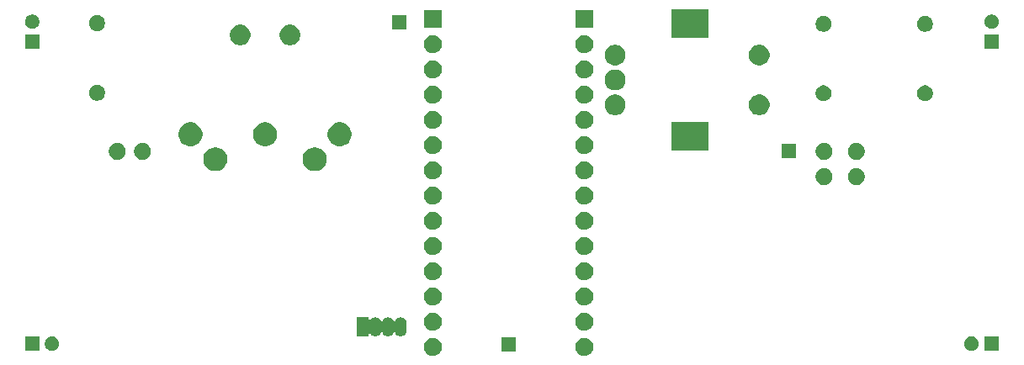
<source format=gbr>
G04 #@! TF.GenerationSoftware,KiCad,Pcbnew,(5.1.5)-3*
G04 #@! TF.CreationDate,2020-01-28T12:29:25+09:00*
G04 #@! TF.ProjectId,SchoolDesk,5363686f-6f6c-4446-9573-6b2e6b696361,rev?*
G04 #@! TF.SameCoordinates,Original*
G04 #@! TF.FileFunction,Soldermask,Bot*
G04 #@! TF.FilePolarity,Negative*
%FSLAX46Y46*%
G04 Gerber Fmt 4.6, Leading zero omitted, Abs format (unit mm)*
G04 Created by KiCad (PCBNEW (5.1.5)-3) date 2020-01-28 12:29:25*
%MOMM*%
%LPD*%
G04 APERTURE LIST*
%ADD10C,0.100000*%
G04 APERTURE END LIST*
D10*
G36*
X82663512Y-184523927D02*
G01*
X82812812Y-184553624D01*
X82976784Y-184621544D01*
X83124354Y-184720147D01*
X83249853Y-184845646D01*
X83348456Y-184993216D01*
X83416376Y-185157188D01*
X83451000Y-185331259D01*
X83451000Y-185508741D01*
X83416376Y-185682812D01*
X83348456Y-185846784D01*
X83249853Y-185994354D01*
X83124354Y-186119853D01*
X82976784Y-186218456D01*
X82812812Y-186286376D01*
X82663512Y-186316073D01*
X82638742Y-186321000D01*
X82461258Y-186321000D01*
X82436488Y-186316073D01*
X82287188Y-186286376D01*
X82123216Y-186218456D01*
X81975646Y-186119853D01*
X81850147Y-185994354D01*
X81751544Y-185846784D01*
X81683624Y-185682812D01*
X81649000Y-185508741D01*
X81649000Y-185331259D01*
X81683624Y-185157188D01*
X81751544Y-184993216D01*
X81850147Y-184845646D01*
X81975646Y-184720147D01*
X82123216Y-184621544D01*
X82287188Y-184553624D01*
X82436488Y-184523927D01*
X82461258Y-184519000D01*
X82638742Y-184519000D01*
X82663512Y-184523927D01*
G37*
G36*
X67423512Y-184523927D02*
G01*
X67572812Y-184553624D01*
X67736784Y-184621544D01*
X67884354Y-184720147D01*
X68009853Y-184845646D01*
X68108456Y-184993216D01*
X68176376Y-185157188D01*
X68211000Y-185331259D01*
X68211000Y-185508741D01*
X68176376Y-185682812D01*
X68108456Y-185846784D01*
X68009853Y-185994354D01*
X67884354Y-186119853D01*
X67736784Y-186218456D01*
X67572812Y-186286376D01*
X67423512Y-186316073D01*
X67398742Y-186321000D01*
X67221258Y-186321000D01*
X67196488Y-186316073D01*
X67047188Y-186286376D01*
X66883216Y-186218456D01*
X66735646Y-186119853D01*
X66610147Y-185994354D01*
X66511544Y-185846784D01*
X66443624Y-185682812D01*
X66409000Y-185508741D01*
X66409000Y-185331259D01*
X66443624Y-185157188D01*
X66511544Y-184993216D01*
X66610147Y-184845646D01*
X66735646Y-184720147D01*
X66883216Y-184621544D01*
X67047188Y-184553624D01*
X67196488Y-184523927D01*
X67221258Y-184519000D01*
X67398742Y-184519000D01*
X67423512Y-184523927D01*
G37*
G36*
X75656000Y-185892000D02*
G01*
X74204000Y-185892000D01*
X74204000Y-184440000D01*
X75656000Y-184440000D01*
X75656000Y-185892000D01*
G37*
G36*
X29199266Y-184404399D02*
G01*
X29331388Y-184459126D01*
X29331390Y-184459127D01*
X29450298Y-184538579D01*
X29551421Y-184639702D01*
X29605173Y-184720148D01*
X29630874Y-184758612D01*
X29685601Y-184890734D01*
X29713500Y-185030994D01*
X29713500Y-185174006D01*
X29685601Y-185314266D01*
X29630874Y-185446388D01*
X29630873Y-185446390D01*
X29551421Y-185565298D01*
X29450298Y-185666421D01*
X29331390Y-185745873D01*
X29331389Y-185745874D01*
X29331388Y-185745874D01*
X29199266Y-185800601D01*
X29059006Y-185828500D01*
X28915994Y-185828500D01*
X28775734Y-185800601D01*
X28643612Y-185745874D01*
X28643611Y-185745874D01*
X28643610Y-185745873D01*
X28524702Y-185666421D01*
X28423579Y-185565298D01*
X28344127Y-185446390D01*
X28344126Y-185446388D01*
X28289399Y-185314266D01*
X28261500Y-185174006D01*
X28261500Y-185030994D01*
X28289399Y-184890734D01*
X28344126Y-184758612D01*
X28369827Y-184720148D01*
X28423579Y-184639702D01*
X28524702Y-184538579D01*
X28643610Y-184459127D01*
X28643612Y-184459126D01*
X28775734Y-184404399D01*
X28915994Y-184376500D01*
X29059006Y-184376500D01*
X29199266Y-184404399D01*
G37*
G36*
X124233500Y-185828500D02*
G01*
X122781500Y-185828500D01*
X122781500Y-184376500D01*
X124233500Y-184376500D01*
X124233500Y-185828500D01*
G37*
G36*
X121719266Y-184404399D02*
G01*
X121851388Y-184459126D01*
X121851390Y-184459127D01*
X121970298Y-184538579D01*
X122071421Y-184639702D01*
X122125173Y-184720148D01*
X122150874Y-184758612D01*
X122205601Y-184890734D01*
X122233500Y-185030994D01*
X122233500Y-185174006D01*
X122205601Y-185314266D01*
X122150874Y-185446388D01*
X122150873Y-185446390D01*
X122071421Y-185565298D01*
X121970298Y-185666421D01*
X121851390Y-185745873D01*
X121851389Y-185745874D01*
X121851388Y-185745874D01*
X121719266Y-185800601D01*
X121579006Y-185828500D01*
X121435994Y-185828500D01*
X121295734Y-185800601D01*
X121163612Y-185745874D01*
X121163611Y-185745874D01*
X121163610Y-185745873D01*
X121044702Y-185666421D01*
X120943579Y-185565298D01*
X120864127Y-185446390D01*
X120864126Y-185446388D01*
X120809399Y-185314266D01*
X120781500Y-185174006D01*
X120781500Y-185030994D01*
X120809399Y-184890734D01*
X120864126Y-184758612D01*
X120889827Y-184720148D01*
X120943579Y-184639702D01*
X121044702Y-184538579D01*
X121163610Y-184459127D01*
X121163612Y-184459126D01*
X121295734Y-184404399D01*
X121435994Y-184376500D01*
X121579006Y-184376500D01*
X121719266Y-184404399D01*
G37*
G36*
X27713500Y-185828500D02*
G01*
X26261500Y-185828500D01*
X26261500Y-184376500D01*
X27713500Y-184376500D01*
X27713500Y-185828500D01*
G37*
G36*
X64186375Y-182445479D02*
G01*
X64260016Y-182467818D01*
X64296837Y-182478987D01*
X64398639Y-182533402D01*
X64455727Y-182580253D01*
X64487869Y-182606631D01*
X64561098Y-182695861D01*
X64561099Y-182695863D01*
X64615513Y-182797662D01*
X64616024Y-182799347D01*
X64649021Y-182908124D01*
X64657500Y-182994215D01*
X64657500Y-183781785D01*
X64649021Y-183867876D01*
X64626682Y-183941517D01*
X64615513Y-183978338D01*
X64561098Y-184080140D01*
X64487870Y-184169370D01*
X64398640Y-184242598D01*
X64296838Y-184297013D01*
X64260017Y-184308182D01*
X64186376Y-184330521D01*
X64071500Y-184341835D01*
X63956625Y-184330521D01*
X63882984Y-184308182D01*
X63846163Y-184297013D01*
X63744361Y-184242598D01*
X63655131Y-184169370D01*
X63581902Y-184080138D01*
X63546740Y-184014355D01*
X63533127Y-183993980D01*
X63515800Y-183976653D01*
X63495425Y-183963040D01*
X63472786Y-183953662D01*
X63448753Y-183948882D01*
X63424249Y-183948882D01*
X63400216Y-183953662D01*
X63377577Y-183963040D01*
X63357202Y-183976653D01*
X63339875Y-183993980D01*
X63326262Y-184014354D01*
X63291098Y-184080140D01*
X63217870Y-184169370D01*
X63128640Y-184242598D01*
X63026838Y-184297013D01*
X62990017Y-184308182D01*
X62916376Y-184330521D01*
X62801500Y-184341835D01*
X62686625Y-184330521D01*
X62612984Y-184308182D01*
X62576163Y-184297013D01*
X62474361Y-184242598D01*
X62385131Y-184169370D01*
X62311902Y-184080138D01*
X62276740Y-184014355D01*
X62263127Y-183993980D01*
X62245800Y-183976653D01*
X62225425Y-183963040D01*
X62202786Y-183953662D01*
X62178753Y-183948882D01*
X62154249Y-183948882D01*
X62130216Y-183953662D01*
X62107577Y-183963040D01*
X62087202Y-183976653D01*
X62069875Y-183993980D01*
X62056262Y-184014354D01*
X62021098Y-184080140D01*
X61947870Y-184169370D01*
X61858640Y-184242598D01*
X61756838Y-184297013D01*
X61720017Y-184308182D01*
X61646376Y-184330521D01*
X61531500Y-184341835D01*
X61416625Y-184330521D01*
X61342984Y-184308182D01*
X61306163Y-184297013D01*
X61204361Y-184242598D01*
X61115131Y-184169370D01*
X61069125Y-184113310D01*
X61051798Y-184095983D01*
X61031424Y-184082369D01*
X61008785Y-184072992D01*
X60984752Y-184068211D01*
X60960248Y-184068211D01*
X60936214Y-184072991D01*
X60913576Y-184082368D01*
X60893201Y-184095982D01*
X60875874Y-184113309D01*
X60862260Y-184133683D01*
X60852883Y-184156322D01*
X60848102Y-184180355D01*
X60847500Y-184192608D01*
X60847500Y-184339000D01*
X59675500Y-184339000D01*
X59675500Y-182437000D01*
X60847500Y-182437000D01*
X60847500Y-182583392D01*
X60849902Y-182607778D01*
X60857015Y-182631227D01*
X60868566Y-182652838D01*
X60884111Y-182671780D01*
X60903053Y-182687325D01*
X60924664Y-182698876D01*
X60948113Y-182705989D01*
X60972499Y-182708391D01*
X60996885Y-182705989D01*
X61020334Y-182698876D01*
X61041945Y-182687325D01*
X61060887Y-182671780D01*
X61069125Y-182662690D01*
X61094946Y-182631227D01*
X61115131Y-182606631D01*
X61204361Y-182533402D01*
X61216007Y-182527177D01*
X61306162Y-182478987D01*
X61342983Y-182467818D01*
X61416624Y-182445479D01*
X61531500Y-182434165D01*
X61646375Y-182445479D01*
X61720016Y-182467818D01*
X61756837Y-182478987D01*
X61858639Y-182533402D01*
X61915727Y-182580253D01*
X61947869Y-182606631D01*
X62021098Y-182695861D01*
X62021101Y-182695865D01*
X62056261Y-182761645D01*
X62069874Y-182782020D01*
X62087201Y-182799347D01*
X62107576Y-182812960D01*
X62130215Y-182822338D01*
X62154248Y-182827118D01*
X62178752Y-182827118D01*
X62202785Y-182822338D01*
X62225424Y-182812960D01*
X62245799Y-182799347D01*
X62263126Y-182782020D01*
X62276739Y-182761646D01*
X62311902Y-182695861D01*
X62364946Y-182631227D01*
X62385131Y-182606631D01*
X62474361Y-182533402D01*
X62486007Y-182527177D01*
X62576162Y-182478987D01*
X62612983Y-182467818D01*
X62686624Y-182445479D01*
X62801500Y-182434165D01*
X62916375Y-182445479D01*
X62990016Y-182467818D01*
X63026837Y-182478987D01*
X63128639Y-182533402D01*
X63185727Y-182580253D01*
X63217869Y-182606631D01*
X63291098Y-182695861D01*
X63291101Y-182695865D01*
X63326261Y-182761645D01*
X63339874Y-182782020D01*
X63357201Y-182799347D01*
X63377576Y-182812960D01*
X63400215Y-182822338D01*
X63424248Y-182827118D01*
X63448752Y-182827118D01*
X63472785Y-182822338D01*
X63495424Y-182812960D01*
X63515799Y-182799347D01*
X63533126Y-182782020D01*
X63546739Y-182761646D01*
X63581902Y-182695861D01*
X63634946Y-182631227D01*
X63655131Y-182606631D01*
X63744361Y-182533402D01*
X63756007Y-182527177D01*
X63846162Y-182478987D01*
X63882983Y-182467818D01*
X63956624Y-182445479D01*
X64071500Y-182434165D01*
X64186375Y-182445479D01*
G37*
G36*
X82663512Y-181983927D02*
G01*
X82812812Y-182013624D01*
X82976784Y-182081544D01*
X83124354Y-182180147D01*
X83249853Y-182305646D01*
X83348456Y-182453216D01*
X83416376Y-182617188D01*
X83451000Y-182791259D01*
X83451000Y-182968741D01*
X83416376Y-183142812D01*
X83348456Y-183306784D01*
X83249853Y-183454354D01*
X83124354Y-183579853D01*
X82976784Y-183678456D01*
X82812812Y-183746376D01*
X82663512Y-183776073D01*
X82638742Y-183781000D01*
X82461258Y-183781000D01*
X82436488Y-183776073D01*
X82287188Y-183746376D01*
X82123216Y-183678456D01*
X81975646Y-183579853D01*
X81850147Y-183454354D01*
X81751544Y-183306784D01*
X81683624Y-183142812D01*
X81649000Y-182968741D01*
X81649000Y-182791259D01*
X81683624Y-182617188D01*
X81751544Y-182453216D01*
X81850147Y-182305646D01*
X81975646Y-182180147D01*
X82123216Y-182081544D01*
X82287188Y-182013624D01*
X82436488Y-181983927D01*
X82461258Y-181979000D01*
X82638742Y-181979000D01*
X82663512Y-181983927D01*
G37*
G36*
X67423512Y-181983927D02*
G01*
X67572812Y-182013624D01*
X67736784Y-182081544D01*
X67884354Y-182180147D01*
X68009853Y-182305646D01*
X68108456Y-182453216D01*
X68176376Y-182617188D01*
X68211000Y-182791259D01*
X68211000Y-182968741D01*
X68176376Y-183142812D01*
X68108456Y-183306784D01*
X68009853Y-183454354D01*
X67884354Y-183579853D01*
X67736784Y-183678456D01*
X67572812Y-183746376D01*
X67423512Y-183776073D01*
X67398742Y-183781000D01*
X67221258Y-183781000D01*
X67196488Y-183776073D01*
X67047188Y-183746376D01*
X66883216Y-183678456D01*
X66735646Y-183579853D01*
X66610147Y-183454354D01*
X66511544Y-183306784D01*
X66443624Y-183142812D01*
X66409000Y-182968741D01*
X66409000Y-182791259D01*
X66443624Y-182617188D01*
X66511544Y-182453216D01*
X66610147Y-182305646D01*
X66735646Y-182180147D01*
X66883216Y-182081544D01*
X67047188Y-182013624D01*
X67196488Y-181983927D01*
X67221258Y-181979000D01*
X67398742Y-181979000D01*
X67423512Y-181983927D01*
G37*
G36*
X82663512Y-179443927D02*
G01*
X82812812Y-179473624D01*
X82976784Y-179541544D01*
X83124354Y-179640147D01*
X83249853Y-179765646D01*
X83348456Y-179913216D01*
X83416376Y-180077188D01*
X83451000Y-180251259D01*
X83451000Y-180428741D01*
X83416376Y-180602812D01*
X83348456Y-180766784D01*
X83249853Y-180914354D01*
X83124354Y-181039853D01*
X82976784Y-181138456D01*
X82812812Y-181206376D01*
X82663512Y-181236073D01*
X82638742Y-181241000D01*
X82461258Y-181241000D01*
X82436488Y-181236073D01*
X82287188Y-181206376D01*
X82123216Y-181138456D01*
X81975646Y-181039853D01*
X81850147Y-180914354D01*
X81751544Y-180766784D01*
X81683624Y-180602812D01*
X81649000Y-180428741D01*
X81649000Y-180251259D01*
X81683624Y-180077188D01*
X81751544Y-179913216D01*
X81850147Y-179765646D01*
X81975646Y-179640147D01*
X82123216Y-179541544D01*
X82287188Y-179473624D01*
X82436488Y-179443927D01*
X82461258Y-179439000D01*
X82638742Y-179439000D01*
X82663512Y-179443927D01*
G37*
G36*
X67423512Y-179443927D02*
G01*
X67572812Y-179473624D01*
X67736784Y-179541544D01*
X67884354Y-179640147D01*
X68009853Y-179765646D01*
X68108456Y-179913216D01*
X68176376Y-180077188D01*
X68211000Y-180251259D01*
X68211000Y-180428741D01*
X68176376Y-180602812D01*
X68108456Y-180766784D01*
X68009853Y-180914354D01*
X67884354Y-181039853D01*
X67736784Y-181138456D01*
X67572812Y-181206376D01*
X67423512Y-181236073D01*
X67398742Y-181241000D01*
X67221258Y-181241000D01*
X67196488Y-181236073D01*
X67047188Y-181206376D01*
X66883216Y-181138456D01*
X66735646Y-181039853D01*
X66610147Y-180914354D01*
X66511544Y-180766784D01*
X66443624Y-180602812D01*
X66409000Y-180428741D01*
X66409000Y-180251259D01*
X66443624Y-180077188D01*
X66511544Y-179913216D01*
X66610147Y-179765646D01*
X66735646Y-179640147D01*
X66883216Y-179541544D01*
X67047188Y-179473624D01*
X67196488Y-179443927D01*
X67221258Y-179439000D01*
X67398742Y-179439000D01*
X67423512Y-179443927D01*
G37*
G36*
X82663512Y-176903927D02*
G01*
X82812812Y-176933624D01*
X82976784Y-177001544D01*
X83124354Y-177100147D01*
X83249853Y-177225646D01*
X83348456Y-177373216D01*
X83416376Y-177537188D01*
X83451000Y-177711259D01*
X83451000Y-177888741D01*
X83416376Y-178062812D01*
X83348456Y-178226784D01*
X83249853Y-178374354D01*
X83124354Y-178499853D01*
X82976784Y-178598456D01*
X82812812Y-178666376D01*
X82663512Y-178696073D01*
X82638742Y-178701000D01*
X82461258Y-178701000D01*
X82436488Y-178696073D01*
X82287188Y-178666376D01*
X82123216Y-178598456D01*
X81975646Y-178499853D01*
X81850147Y-178374354D01*
X81751544Y-178226784D01*
X81683624Y-178062812D01*
X81649000Y-177888741D01*
X81649000Y-177711259D01*
X81683624Y-177537188D01*
X81751544Y-177373216D01*
X81850147Y-177225646D01*
X81975646Y-177100147D01*
X82123216Y-177001544D01*
X82287188Y-176933624D01*
X82436488Y-176903927D01*
X82461258Y-176899000D01*
X82638742Y-176899000D01*
X82663512Y-176903927D01*
G37*
G36*
X67423512Y-176903927D02*
G01*
X67572812Y-176933624D01*
X67736784Y-177001544D01*
X67884354Y-177100147D01*
X68009853Y-177225646D01*
X68108456Y-177373216D01*
X68176376Y-177537188D01*
X68211000Y-177711259D01*
X68211000Y-177888741D01*
X68176376Y-178062812D01*
X68108456Y-178226784D01*
X68009853Y-178374354D01*
X67884354Y-178499853D01*
X67736784Y-178598456D01*
X67572812Y-178666376D01*
X67423512Y-178696073D01*
X67398742Y-178701000D01*
X67221258Y-178701000D01*
X67196488Y-178696073D01*
X67047188Y-178666376D01*
X66883216Y-178598456D01*
X66735646Y-178499853D01*
X66610147Y-178374354D01*
X66511544Y-178226784D01*
X66443624Y-178062812D01*
X66409000Y-177888741D01*
X66409000Y-177711259D01*
X66443624Y-177537188D01*
X66511544Y-177373216D01*
X66610147Y-177225646D01*
X66735646Y-177100147D01*
X66883216Y-177001544D01*
X67047188Y-176933624D01*
X67196488Y-176903927D01*
X67221258Y-176899000D01*
X67398742Y-176899000D01*
X67423512Y-176903927D01*
G37*
G36*
X67423512Y-174363927D02*
G01*
X67572812Y-174393624D01*
X67736784Y-174461544D01*
X67884354Y-174560147D01*
X68009853Y-174685646D01*
X68108456Y-174833216D01*
X68176376Y-174997188D01*
X68211000Y-175171259D01*
X68211000Y-175348741D01*
X68176376Y-175522812D01*
X68108456Y-175686784D01*
X68009853Y-175834354D01*
X67884354Y-175959853D01*
X67736784Y-176058456D01*
X67572812Y-176126376D01*
X67423512Y-176156073D01*
X67398742Y-176161000D01*
X67221258Y-176161000D01*
X67196488Y-176156073D01*
X67047188Y-176126376D01*
X66883216Y-176058456D01*
X66735646Y-175959853D01*
X66610147Y-175834354D01*
X66511544Y-175686784D01*
X66443624Y-175522812D01*
X66409000Y-175348741D01*
X66409000Y-175171259D01*
X66443624Y-174997188D01*
X66511544Y-174833216D01*
X66610147Y-174685646D01*
X66735646Y-174560147D01*
X66883216Y-174461544D01*
X67047188Y-174393624D01*
X67196488Y-174363927D01*
X67221258Y-174359000D01*
X67398742Y-174359000D01*
X67423512Y-174363927D01*
G37*
G36*
X82663512Y-174363927D02*
G01*
X82812812Y-174393624D01*
X82976784Y-174461544D01*
X83124354Y-174560147D01*
X83249853Y-174685646D01*
X83348456Y-174833216D01*
X83416376Y-174997188D01*
X83451000Y-175171259D01*
X83451000Y-175348741D01*
X83416376Y-175522812D01*
X83348456Y-175686784D01*
X83249853Y-175834354D01*
X83124354Y-175959853D01*
X82976784Y-176058456D01*
X82812812Y-176126376D01*
X82663512Y-176156073D01*
X82638742Y-176161000D01*
X82461258Y-176161000D01*
X82436488Y-176156073D01*
X82287188Y-176126376D01*
X82123216Y-176058456D01*
X81975646Y-175959853D01*
X81850147Y-175834354D01*
X81751544Y-175686784D01*
X81683624Y-175522812D01*
X81649000Y-175348741D01*
X81649000Y-175171259D01*
X81683624Y-174997188D01*
X81751544Y-174833216D01*
X81850147Y-174685646D01*
X81975646Y-174560147D01*
X82123216Y-174461544D01*
X82287188Y-174393624D01*
X82436488Y-174363927D01*
X82461258Y-174359000D01*
X82638742Y-174359000D01*
X82663512Y-174363927D01*
G37*
G36*
X67423512Y-171823927D02*
G01*
X67572812Y-171853624D01*
X67736784Y-171921544D01*
X67884354Y-172020147D01*
X68009853Y-172145646D01*
X68108456Y-172293216D01*
X68176376Y-172457188D01*
X68211000Y-172631259D01*
X68211000Y-172808741D01*
X68176376Y-172982812D01*
X68108456Y-173146784D01*
X68009853Y-173294354D01*
X67884354Y-173419853D01*
X67736784Y-173518456D01*
X67572812Y-173586376D01*
X67423512Y-173616073D01*
X67398742Y-173621000D01*
X67221258Y-173621000D01*
X67196488Y-173616073D01*
X67047188Y-173586376D01*
X66883216Y-173518456D01*
X66735646Y-173419853D01*
X66610147Y-173294354D01*
X66511544Y-173146784D01*
X66443624Y-172982812D01*
X66409000Y-172808741D01*
X66409000Y-172631259D01*
X66443624Y-172457188D01*
X66511544Y-172293216D01*
X66610147Y-172145646D01*
X66735646Y-172020147D01*
X66883216Y-171921544D01*
X67047188Y-171853624D01*
X67196488Y-171823927D01*
X67221258Y-171819000D01*
X67398742Y-171819000D01*
X67423512Y-171823927D01*
G37*
G36*
X82663512Y-171823927D02*
G01*
X82812812Y-171853624D01*
X82976784Y-171921544D01*
X83124354Y-172020147D01*
X83249853Y-172145646D01*
X83348456Y-172293216D01*
X83416376Y-172457188D01*
X83451000Y-172631259D01*
X83451000Y-172808741D01*
X83416376Y-172982812D01*
X83348456Y-173146784D01*
X83249853Y-173294354D01*
X83124354Y-173419853D01*
X82976784Y-173518456D01*
X82812812Y-173586376D01*
X82663512Y-173616073D01*
X82638742Y-173621000D01*
X82461258Y-173621000D01*
X82436488Y-173616073D01*
X82287188Y-173586376D01*
X82123216Y-173518456D01*
X81975646Y-173419853D01*
X81850147Y-173294354D01*
X81751544Y-173146784D01*
X81683624Y-172982812D01*
X81649000Y-172808741D01*
X81649000Y-172631259D01*
X81683624Y-172457188D01*
X81751544Y-172293216D01*
X81850147Y-172145646D01*
X81975646Y-172020147D01*
X82123216Y-171921544D01*
X82287188Y-171853624D01*
X82436488Y-171823927D01*
X82461258Y-171819000D01*
X82638742Y-171819000D01*
X82663512Y-171823927D01*
G37*
G36*
X67423512Y-169283927D02*
G01*
X67572812Y-169313624D01*
X67736784Y-169381544D01*
X67884354Y-169480147D01*
X68009853Y-169605646D01*
X68108456Y-169753216D01*
X68176376Y-169917188D01*
X68211000Y-170091259D01*
X68211000Y-170268741D01*
X68176376Y-170442812D01*
X68108456Y-170606784D01*
X68009853Y-170754354D01*
X67884354Y-170879853D01*
X67736784Y-170978456D01*
X67572812Y-171046376D01*
X67423512Y-171076073D01*
X67398742Y-171081000D01*
X67221258Y-171081000D01*
X67196488Y-171076073D01*
X67047188Y-171046376D01*
X66883216Y-170978456D01*
X66735646Y-170879853D01*
X66610147Y-170754354D01*
X66511544Y-170606784D01*
X66443624Y-170442812D01*
X66409000Y-170268741D01*
X66409000Y-170091259D01*
X66443624Y-169917188D01*
X66511544Y-169753216D01*
X66610147Y-169605646D01*
X66735646Y-169480147D01*
X66883216Y-169381544D01*
X67047188Y-169313624D01*
X67196488Y-169283927D01*
X67221258Y-169279000D01*
X67398742Y-169279000D01*
X67423512Y-169283927D01*
G37*
G36*
X82663512Y-169283927D02*
G01*
X82812812Y-169313624D01*
X82976784Y-169381544D01*
X83124354Y-169480147D01*
X83249853Y-169605646D01*
X83348456Y-169753216D01*
X83416376Y-169917188D01*
X83451000Y-170091259D01*
X83451000Y-170268741D01*
X83416376Y-170442812D01*
X83348456Y-170606784D01*
X83249853Y-170754354D01*
X83124354Y-170879853D01*
X82976784Y-170978456D01*
X82812812Y-171046376D01*
X82663512Y-171076073D01*
X82638742Y-171081000D01*
X82461258Y-171081000D01*
X82436488Y-171076073D01*
X82287188Y-171046376D01*
X82123216Y-170978456D01*
X81975646Y-170879853D01*
X81850147Y-170754354D01*
X81751544Y-170606784D01*
X81683624Y-170442812D01*
X81649000Y-170268741D01*
X81649000Y-170091259D01*
X81683624Y-169917188D01*
X81751544Y-169753216D01*
X81850147Y-169605646D01*
X81975646Y-169480147D01*
X82123216Y-169381544D01*
X82287188Y-169313624D01*
X82436488Y-169283927D01*
X82461258Y-169279000D01*
X82638742Y-169279000D01*
X82663512Y-169283927D01*
G37*
G36*
X106928228Y-167456703D02*
G01*
X107083100Y-167520853D01*
X107222481Y-167613985D01*
X107341015Y-167732519D01*
X107434147Y-167871900D01*
X107498297Y-168026772D01*
X107531000Y-168191184D01*
X107531000Y-168358816D01*
X107498297Y-168523228D01*
X107434147Y-168678100D01*
X107341015Y-168817481D01*
X107222481Y-168936015D01*
X107083100Y-169029147D01*
X106928228Y-169093297D01*
X106763816Y-169126000D01*
X106596184Y-169126000D01*
X106431772Y-169093297D01*
X106276900Y-169029147D01*
X106137519Y-168936015D01*
X106018985Y-168817481D01*
X105925853Y-168678100D01*
X105861703Y-168523228D01*
X105829000Y-168358816D01*
X105829000Y-168191184D01*
X105861703Y-168026772D01*
X105925853Y-167871900D01*
X106018985Y-167732519D01*
X106137519Y-167613985D01*
X106276900Y-167520853D01*
X106431772Y-167456703D01*
X106596184Y-167424000D01*
X106763816Y-167424000D01*
X106928228Y-167456703D01*
G37*
G36*
X110166728Y-167456703D02*
G01*
X110321600Y-167520853D01*
X110460981Y-167613985D01*
X110579515Y-167732519D01*
X110672647Y-167871900D01*
X110736797Y-168026772D01*
X110769500Y-168191184D01*
X110769500Y-168358816D01*
X110736797Y-168523228D01*
X110672647Y-168678100D01*
X110579515Y-168817481D01*
X110460981Y-168936015D01*
X110321600Y-169029147D01*
X110166728Y-169093297D01*
X110002316Y-169126000D01*
X109834684Y-169126000D01*
X109670272Y-169093297D01*
X109515400Y-169029147D01*
X109376019Y-168936015D01*
X109257485Y-168817481D01*
X109164353Y-168678100D01*
X109100203Y-168523228D01*
X109067500Y-168358816D01*
X109067500Y-168191184D01*
X109100203Y-168026772D01*
X109164353Y-167871900D01*
X109257485Y-167732519D01*
X109376019Y-167613985D01*
X109515400Y-167520853D01*
X109670272Y-167456703D01*
X109834684Y-167424000D01*
X110002316Y-167424000D01*
X110166728Y-167456703D01*
G37*
G36*
X67423512Y-166743927D02*
G01*
X67572812Y-166773624D01*
X67736784Y-166841544D01*
X67884354Y-166940147D01*
X68009853Y-167065646D01*
X68108456Y-167213216D01*
X68176376Y-167377188D01*
X68211000Y-167551259D01*
X68211000Y-167728741D01*
X68176376Y-167902812D01*
X68108456Y-168066784D01*
X68009853Y-168214354D01*
X67884354Y-168339853D01*
X67736784Y-168438456D01*
X67572812Y-168506376D01*
X67423512Y-168536073D01*
X67398742Y-168541000D01*
X67221258Y-168541000D01*
X67196488Y-168536073D01*
X67047188Y-168506376D01*
X66883216Y-168438456D01*
X66735646Y-168339853D01*
X66610147Y-168214354D01*
X66511544Y-168066784D01*
X66443624Y-167902812D01*
X66409000Y-167728741D01*
X66409000Y-167551259D01*
X66443624Y-167377188D01*
X66511544Y-167213216D01*
X66610147Y-167065646D01*
X66735646Y-166940147D01*
X66883216Y-166841544D01*
X67047188Y-166773624D01*
X67196488Y-166743927D01*
X67221258Y-166739000D01*
X67398742Y-166739000D01*
X67423512Y-166743927D01*
G37*
G36*
X82663512Y-166743927D02*
G01*
X82812812Y-166773624D01*
X82976784Y-166841544D01*
X83124354Y-166940147D01*
X83249853Y-167065646D01*
X83348456Y-167213216D01*
X83416376Y-167377188D01*
X83451000Y-167551259D01*
X83451000Y-167728741D01*
X83416376Y-167902812D01*
X83348456Y-168066784D01*
X83249853Y-168214354D01*
X83124354Y-168339853D01*
X82976784Y-168438456D01*
X82812812Y-168506376D01*
X82663512Y-168536073D01*
X82638742Y-168541000D01*
X82461258Y-168541000D01*
X82436488Y-168536073D01*
X82287188Y-168506376D01*
X82123216Y-168438456D01*
X81975646Y-168339853D01*
X81850147Y-168214354D01*
X81751544Y-168066784D01*
X81683624Y-167902812D01*
X81649000Y-167728741D01*
X81649000Y-167551259D01*
X81683624Y-167377188D01*
X81751544Y-167213216D01*
X81850147Y-167065646D01*
X81975646Y-166940147D01*
X82123216Y-166841544D01*
X82287188Y-166773624D01*
X82436488Y-166743927D01*
X82461258Y-166739000D01*
X82638742Y-166739000D01*
X82663512Y-166743927D01*
G37*
G36*
X55776318Y-165365653D02*
G01*
X55994885Y-165456187D01*
X55994887Y-165456188D01*
X56191593Y-165587622D01*
X56358878Y-165754907D01*
X56490312Y-165951613D01*
X56490313Y-165951615D01*
X56580847Y-166170182D01*
X56627000Y-166402210D01*
X56627000Y-166638790D01*
X56580847Y-166870818D01*
X56490313Y-167089385D01*
X56490312Y-167089387D01*
X56358878Y-167286093D01*
X56191593Y-167453378D01*
X55994887Y-167584812D01*
X55994886Y-167584813D01*
X55994885Y-167584813D01*
X55776318Y-167675347D01*
X55544290Y-167721500D01*
X55307710Y-167721500D01*
X55075682Y-167675347D01*
X54857115Y-167584813D01*
X54857114Y-167584813D01*
X54857113Y-167584812D01*
X54660407Y-167453378D01*
X54493122Y-167286093D01*
X54361688Y-167089387D01*
X54361687Y-167089385D01*
X54271153Y-166870818D01*
X54225000Y-166638790D01*
X54225000Y-166402210D01*
X54271153Y-166170182D01*
X54361687Y-165951615D01*
X54361688Y-165951613D01*
X54493122Y-165754907D01*
X54660407Y-165587622D01*
X54857113Y-165456188D01*
X54857115Y-165456187D01*
X55075682Y-165365653D01*
X55307710Y-165319500D01*
X55544290Y-165319500D01*
X55776318Y-165365653D01*
G37*
G36*
X45776318Y-165365653D02*
G01*
X45994885Y-165456187D01*
X45994887Y-165456188D01*
X46191593Y-165587622D01*
X46358878Y-165754907D01*
X46490312Y-165951613D01*
X46490313Y-165951615D01*
X46580847Y-166170182D01*
X46627000Y-166402210D01*
X46627000Y-166638790D01*
X46580847Y-166870818D01*
X46490313Y-167089385D01*
X46490312Y-167089387D01*
X46358878Y-167286093D01*
X46191593Y-167453378D01*
X45994887Y-167584812D01*
X45994886Y-167584813D01*
X45994885Y-167584813D01*
X45776318Y-167675347D01*
X45544290Y-167721500D01*
X45307710Y-167721500D01*
X45075682Y-167675347D01*
X44857115Y-167584813D01*
X44857114Y-167584813D01*
X44857113Y-167584812D01*
X44660407Y-167453378D01*
X44493122Y-167286093D01*
X44361688Y-167089387D01*
X44361687Y-167089385D01*
X44271153Y-166870818D01*
X44225000Y-166638790D01*
X44225000Y-166402210D01*
X44271153Y-166170182D01*
X44361687Y-165951615D01*
X44361688Y-165951613D01*
X44493122Y-165754907D01*
X44660407Y-165587622D01*
X44857113Y-165456188D01*
X44857115Y-165456187D01*
X45075682Y-165365653D01*
X45307710Y-165319500D01*
X45544290Y-165319500D01*
X45776318Y-165365653D01*
G37*
G36*
X35808228Y-164916703D02*
G01*
X35963100Y-164980853D01*
X36102481Y-165073985D01*
X36221015Y-165192519D01*
X36314147Y-165331900D01*
X36378297Y-165486772D01*
X36411000Y-165651184D01*
X36411000Y-165818816D01*
X36378297Y-165983228D01*
X36314147Y-166138100D01*
X36221015Y-166277481D01*
X36102481Y-166396015D01*
X35963100Y-166489147D01*
X35808228Y-166553297D01*
X35643816Y-166586000D01*
X35476184Y-166586000D01*
X35311772Y-166553297D01*
X35156900Y-166489147D01*
X35017519Y-166396015D01*
X34898985Y-166277481D01*
X34805853Y-166138100D01*
X34741703Y-165983228D01*
X34709000Y-165818816D01*
X34709000Y-165651184D01*
X34741703Y-165486772D01*
X34805853Y-165331900D01*
X34898985Y-165192519D01*
X35017519Y-165073985D01*
X35156900Y-164980853D01*
X35311772Y-164916703D01*
X35476184Y-164884000D01*
X35643816Y-164884000D01*
X35808228Y-164916703D01*
G37*
G36*
X38348228Y-164916703D02*
G01*
X38503100Y-164980853D01*
X38642481Y-165073985D01*
X38761015Y-165192519D01*
X38854147Y-165331900D01*
X38918297Y-165486772D01*
X38951000Y-165651184D01*
X38951000Y-165818816D01*
X38918297Y-165983228D01*
X38854147Y-166138100D01*
X38761015Y-166277481D01*
X38642481Y-166396015D01*
X38503100Y-166489147D01*
X38348228Y-166553297D01*
X38183816Y-166586000D01*
X38016184Y-166586000D01*
X37851772Y-166553297D01*
X37696900Y-166489147D01*
X37557519Y-166396015D01*
X37438985Y-166277481D01*
X37345853Y-166138100D01*
X37281703Y-165983228D01*
X37249000Y-165818816D01*
X37249000Y-165651184D01*
X37281703Y-165486772D01*
X37345853Y-165331900D01*
X37438985Y-165192519D01*
X37557519Y-165073985D01*
X37696900Y-164980853D01*
X37851772Y-164916703D01*
X38016184Y-164884000D01*
X38183816Y-164884000D01*
X38348228Y-164916703D01*
G37*
G36*
X106928228Y-164916703D02*
G01*
X107083100Y-164980853D01*
X107222481Y-165073985D01*
X107341015Y-165192519D01*
X107434147Y-165331900D01*
X107498297Y-165486772D01*
X107531000Y-165651184D01*
X107531000Y-165818816D01*
X107498297Y-165983228D01*
X107434147Y-166138100D01*
X107341015Y-166277481D01*
X107222481Y-166396015D01*
X107083100Y-166489147D01*
X106928228Y-166553297D01*
X106763816Y-166586000D01*
X106596184Y-166586000D01*
X106431772Y-166553297D01*
X106276900Y-166489147D01*
X106137519Y-166396015D01*
X106018985Y-166277481D01*
X105925853Y-166138100D01*
X105861703Y-165983228D01*
X105829000Y-165818816D01*
X105829000Y-165651184D01*
X105861703Y-165486772D01*
X105925853Y-165331900D01*
X106018985Y-165192519D01*
X106137519Y-165073985D01*
X106276900Y-164980853D01*
X106431772Y-164916703D01*
X106596184Y-164884000D01*
X106763816Y-164884000D01*
X106928228Y-164916703D01*
G37*
G36*
X110166728Y-164916703D02*
G01*
X110321600Y-164980853D01*
X110460981Y-165073985D01*
X110579515Y-165192519D01*
X110672647Y-165331900D01*
X110736797Y-165486772D01*
X110769500Y-165651184D01*
X110769500Y-165818816D01*
X110736797Y-165983228D01*
X110672647Y-166138100D01*
X110579515Y-166277481D01*
X110460981Y-166396015D01*
X110321600Y-166489147D01*
X110166728Y-166553297D01*
X110002316Y-166586000D01*
X109834684Y-166586000D01*
X109670272Y-166553297D01*
X109515400Y-166489147D01*
X109376019Y-166396015D01*
X109257485Y-166277481D01*
X109164353Y-166138100D01*
X109100203Y-165983228D01*
X109067500Y-165818816D01*
X109067500Y-165651184D01*
X109100203Y-165486772D01*
X109164353Y-165331900D01*
X109257485Y-165192519D01*
X109376019Y-165073985D01*
X109515400Y-164980853D01*
X109670272Y-164916703D01*
X109834684Y-164884000D01*
X110002316Y-164884000D01*
X110166728Y-164916703D01*
G37*
G36*
X103850000Y-166397500D02*
G01*
X102398000Y-166397500D01*
X102398000Y-164945500D01*
X103850000Y-164945500D01*
X103850000Y-166397500D01*
G37*
G36*
X67423512Y-164203927D02*
G01*
X67572812Y-164233624D01*
X67736784Y-164301544D01*
X67884354Y-164400147D01*
X68009853Y-164525646D01*
X68108456Y-164673216D01*
X68176376Y-164837188D01*
X68211000Y-165011259D01*
X68211000Y-165188741D01*
X68176376Y-165362812D01*
X68108456Y-165526784D01*
X68009853Y-165674354D01*
X67884354Y-165799853D01*
X67736784Y-165898456D01*
X67572812Y-165966376D01*
X67423512Y-165996073D01*
X67398742Y-166001000D01*
X67221258Y-166001000D01*
X67196488Y-165996073D01*
X67047188Y-165966376D01*
X66883216Y-165898456D01*
X66735646Y-165799853D01*
X66610147Y-165674354D01*
X66511544Y-165526784D01*
X66443624Y-165362812D01*
X66409000Y-165188741D01*
X66409000Y-165011259D01*
X66443624Y-164837188D01*
X66511544Y-164673216D01*
X66610147Y-164525646D01*
X66735646Y-164400147D01*
X66883216Y-164301544D01*
X67047188Y-164233624D01*
X67196488Y-164203927D01*
X67221258Y-164199000D01*
X67398742Y-164199000D01*
X67423512Y-164203927D01*
G37*
G36*
X82663512Y-164203927D02*
G01*
X82812812Y-164233624D01*
X82976784Y-164301544D01*
X83124354Y-164400147D01*
X83249853Y-164525646D01*
X83348456Y-164673216D01*
X83416376Y-164837188D01*
X83451000Y-165011259D01*
X83451000Y-165188741D01*
X83416376Y-165362812D01*
X83348456Y-165526784D01*
X83249853Y-165674354D01*
X83124354Y-165799853D01*
X82976784Y-165898456D01*
X82812812Y-165966376D01*
X82663512Y-165996073D01*
X82638742Y-166001000D01*
X82461258Y-166001000D01*
X82436488Y-165996073D01*
X82287188Y-165966376D01*
X82123216Y-165898456D01*
X81975646Y-165799853D01*
X81850147Y-165674354D01*
X81751544Y-165526784D01*
X81683624Y-165362812D01*
X81649000Y-165188741D01*
X81649000Y-165011259D01*
X81683624Y-164837188D01*
X81751544Y-164673216D01*
X81850147Y-164525646D01*
X81975646Y-164400147D01*
X82123216Y-164301544D01*
X82287188Y-164233624D01*
X82436488Y-164203927D01*
X82461258Y-164199000D01*
X82638742Y-164199000D01*
X82663512Y-164203927D01*
G37*
G36*
X95005500Y-165695500D02*
G01*
X91303500Y-165695500D01*
X91303500Y-162793500D01*
X95005500Y-162793500D01*
X95005500Y-165695500D01*
G37*
G36*
X58276318Y-162865653D02*
G01*
X58494885Y-162956187D01*
X58494887Y-162956188D01*
X58691593Y-163087622D01*
X58858878Y-163254907D01*
X58973449Y-163426376D01*
X58990313Y-163451615D01*
X59080847Y-163670182D01*
X59127000Y-163902210D01*
X59127000Y-164138790D01*
X59080847Y-164370818D01*
X59016714Y-164525647D01*
X58990312Y-164589387D01*
X58858878Y-164786093D01*
X58691593Y-164953378D01*
X58494887Y-165084812D01*
X58494886Y-165084813D01*
X58494885Y-165084813D01*
X58276318Y-165175347D01*
X58044290Y-165221500D01*
X57807710Y-165221500D01*
X57575682Y-165175347D01*
X57357115Y-165084813D01*
X57357114Y-165084813D01*
X57357113Y-165084812D01*
X57160407Y-164953378D01*
X56993122Y-164786093D01*
X56861688Y-164589387D01*
X56835286Y-164525647D01*
X56771153Y-164370818D01*
X56725000Y-164138790D01*
X56725000Y-163902210D01*
X56771153Y-163670182D01*
X56861687Y-163451615D01*
X56878551Y-163426376D01*
X56993122Y-163254907D01*
X57160407Y-163087622D01*
X57357113Y-162956188D01*
X57357115Y-162956187D01*
X57575682Y-162865653D01*
X57807710Y-162819500D01*
X58044290Y-162819500D01*
X58276318Y-162865653D01*
G37*
G36*
X50776318Y-162865653D02*
G01*
X50994885Y-162956187D01*
X50994887Y-162956188D01*
X51191593Y-163087622D01*
X51358878Y-163254907D01*
X51473449Y-163426376D01*
X51490313Y-163451615D01*
X51580847Y-163670182D01*
X51627000Y-163902210D01*
X51627000Y-164138790D01*
X51580847Y-164370818D01*
X51516714Y-164525647D01*
X51490312Y-164589387D01*
X51358878Y-164786093D01*
X51191593Y-164953378D01*
X50994887Y-165084812D01*
X50994886Y-165084813D01*
X50994885Y-165084813D01*
X50776318Y-165175347D01*
X50544290Y-165221500D01*
X50307710Y-165221500D01*
X50075682Y-165175347D01*
X49857115Y-165084813D01*
X49857114Y-165084813D01*
X49857113Y-165084812D01*
X49660407Y-164953378D01*
X49493122Y-164786093D01*
X49361688Y-164589387D01*
X49335286Y-164525647D01*
X49271153Y-164370818D01*
X49225000Y-164138790D01*
X49225000Y-163902210D01*
X49271153Y-163670182D01*
X49361687Y-163451615D01*
X49378551Y-163426376D01*
X49493122Y-163254907D01*
X49660407Y-163087622D01*
X49857113Y-162956188D01*
X49857115Y-162956187D01*
X50075682Y-162865653D01*
X50307710Y-162819500D01*
X50544290Y-162819500D01*
X50776318Y-162865653D01*
G37*
G36*
X43276318Y-162865653D02*
G01*
X43494885Y-162956187D01*
X43494887Y-162956188D01*
X43691593Y-163087622D01*
X43858878Y-163254907D01*
X43973449Y-163426376D01*
X43990313Y-163451615D01*
X44080847Y-163670182D01*
X44127000Y-163902210D01*
X44127000Y-164138790D01*
X44080847Y-164370818D01*
X44016714Y-164525647D01*
X43990312Y-164589387D01*
X43858878Y-164786093D01*
X43691593Y-164953378D01*
X43494887Y-165084812D01*
X43494886Y-165084813D01*
X43494885Y-165084813D01*
X43276318Y-165175347D01*
X43044290Y-165221500D01*
X42807710Y-165221500D01*
X42575682Y-165175347D01*
X42357115Y-165084813D01*
X42357114Y-165084813D01*
X42357113Y-165084812D01*
X42160407Y-164953378D01*
X41993122Y-164786093D01*
X41861688Y-164589387D01*
X41835286Y-164525647D01*
X41771153Y-164370818D01*
X41725000Y-164138790D01*
X41725000Y-163902210D01*
X41771153Y-163670182D01*
X41861687Y-163451615D01*
X41878551Y-163426376D01*
X41993122Y-163254907D01*
X42160407Y-163087622D01*
X42357113Y-162956188D01*
X42357115Y-162956187D01*
X42575682Y-162865653D01*
X42807710Y-162819500D01*
X43044290Y-162819500D01*
X43276318Y-162865653D01*
G37*
G36*
X67423512Y-161663927D02*
G01*
X67572812Y-161693624D01*
X67736784Y-161761544D01*
X67884354Y-161860147D01*
X68009853Y-161985646D01*
X68108456Y-162133216D01*
X68176376Y-162297188D01*
X68211000Y-162471259D01*
X68211000Y-162648741D01*
X68176376Y-162822812D01*
X68108456Y-162986784D01*
X68009853Y-163134354D01*
X67884354Y-163259853D01*
X67736784Y-163358456D01*
X67572812Y-163426376D01*
X67423512Y-163456073D01*
X67398742Y-163461000D01*
X67221258Y-163461000D01*
X67196488Y-163456073D01*
X67047188Y-163426376D01*
X66883216Y-163358456D01*
X66735646Y-163259853D01*
X66610147Y-163134354D01*
X66511544Y-162986784D01*
X66443624Y-162822812D01*
X66409000Y-162648741D01*
X66409000Y-162471259D01*
X66443624Y-162297188D01*
X66511544Y-162133216D01*
X66610147Y-161985646D01*
X66735646Y-161860147D01*
X66883216Y-161761544D01*
X67047188Y-161693624D01*
X67196488Y-161663927D01*
X67221258Y-161659000D01*
X67398742Y-161659000D01*
X67423512Y-161663927D01*
G37*
G36*
X82663512Y-161663927D02*
G01*
X82812812Y-161693624D01*
X82976784Y-161761544D01*
X83124354Y-161860147D01*
X83249853Y-161985646D01*
X83348456Y-162133216D01*
X83416376Y-162297188D01*
X83451000Y-162471259D01*
X83451000Y-162648741D01*
X83416376Y-162822812D01*
X83348456Y-162986784D01*
X83249853Y-163134354D01*
X83124354Y-163259853D01*
X82976784Y-163358456D01*
X82812812Y-163426376D01*
X82663512Y-163456073D01*
X82638742Y-163461000D01*
X82461258Y-163461000D01*
X82436488Y-163456073D01*
X82287188Y-163426376D01*
X82123216Y-163358456D01*
X81975646Y-163259853D01*
X81850147Y-163134354D01*
X81751544Y-162986784D01*
X81683624Y-162822812D01*
X81649000Y-162648741D01*
X81649000Y-162471259D01*
X81683624Y-162297188D01*
X81751544Y-162133216D01*
X81850147Y-161985646D01*
X81975646Y-161860147D01*
X82123216Y-161761544D01*
X82287188Y-161693624D01*
X82436488Y-161663927D01*
X82461258Y-161659000D01*
X82638742Y-161659000D01*
X82663512Y-161663927D01*
G37*
G36*
X85961064Y-160033889D02*
G01*
X86152333Y-160113115D01*
X86152335Y-160113116D01*
X86324473Y-160228135D01*
X86470865Y-160374527D01*
X86582659Y-160541838D01*
X86585885Y-160546667D01*
X86665111Y-160737936D01*
X86705500Y-160940984D01*
X86705500Y-161148016D01*
X86665111Y-161351064D01*
X86585885Y-161542333D01*
X86585884Y-161542335D01*
X86470865Y-161714473D01*
X86324473Y-161860865D01*
X86152335Y-161975884D01*
X86152334Y-161975885D01*
X86152333Y-161975885D01*
X85961064Y-162055111D01*
X85758016Y-162095500D01*
X85550984Y-162095500D01*
X85347936Y-162055111D01*
X85156667Y-161975885D01*
X85156666Y-161975885D01*
X85156665Y-161975884D01*
X84984527Y-161860865D01*
X84838135Y-161714473D01*
X84723116Y-161542335D01*
X84723115Y-161542333D01*
X84643889Y-161351064D01*
X84603500Y-161148016D01*
X84603500Y-160940984D01*
X84643889Y-160737936D01*
X84723115Y-160546667D01*
X84726342Y-160541838D01*
X84838135Y-160374527D01*
X84984527Y-160228135D01*
X85156665Y-160113116D01*
X85156667Y-160113115D01*
X85347936Y-160033889D01*
X85550984Y-159993500D01*
X85758016Y-159993500D01*
X85961064Y-160033889D01*
G37*
G36*
X100461064Y-160033889D02*
G01*
X100652333Y-160113115D01*
X100652335Y-160113116D01*
X100824473Y-160228135D01*
X100970865Y-160374527D01*
X101082659Y-160541838D01*
X101085885Y-160546667D01*
X101165111Y-160737936D01*
X101205500Y-160940984D01*
X101205500Y-161148016D01*
X101165111Y-161351064D01*
X101085885Y-161542333D01*
X101085884Y-161542335D01*
X100970865Y-161714473D01*
X100824473Y-161860865D01*
X100652335Y-161975884D01*
X100652334Y-161975885D01*
X100652333Y-161975885D01*
X100461064Y-162055111D01*
X100258016Y-162095500D01*
X100050984Y-162095500D01*
X99847936Y-162055111D01*
X99656667Y-161975885D01*
X99656666Y-161975885D01*
X99656665Y-161975884D01*
X99484527Y-161860865D01*
X99338135Y-161714473D01*
X99223116Y-161542335D01*
X99223115Y-161542333D01*
X99143889Y-161351064D01*
X99103500Y-161148016D01*
X99103500Y-160940984D01*
X99143889Y-160737936D01*
X99223115Y-160546667D01*
X99226342Y-160541838D01*
X99338135Y-160374527D01*
X99484527Y-160228135D01*
X99656665Y-160113116D01*
X99656667Y-160113115D01*
X99847936Y-160033889D01*
X100050984Y-159993500D01*
X100258016Y-159993500D01*
X100461064Y-160033889D01*
G37*
G36*
X82654638Y-159122162D02*
G01*
X82812812Y-159153624D01*
X82976784Y-159221544D01*
X83124354Y-159320147D01*
X83249853Y-159445646D01*
X83348456Y-159593216D01*
X83416376Y-159757188D01*
X83451000Y-159931259D01*
X83451000Y-160108741D01*
X83416376Y-160282812D01*
X83348456Y-160446784D01*
X83249853Y-160594354D01*
X83124354Y-160719853D01*
X82976784Y-160818456D01*
X82812812Y-160886376D01*
X82663512Y-160916073D01*
X82638742Y-160921000D01*
X82461258Y-160921000D01*
X82436488Y-160916073D01*
X82287188Y-160886376D01*
X82123216Y-160818456D01*
X81975646Y-160719853D01*
X81850147Y-160594354D01*
X81751544Y-160446784D01*
X81683624Y-160282812D01*
X81649000Y-160108741D01*
X81649000Y-159931259D01*
X81683624Y-159757188D01*
X81751544Y-159593216D01*
X81850147Y-159445646D01*
X81975646Y-159320147D01*
X82123216Y-159221544D01*
X82287188Y-159153624D01*
X82445362Y-159122162D01*
X82461258Y-159119000D01*
X82638742Y-159119000D01*
X82654638Y-159122162D01*
G37*
G36*
X67414638Y-159122162D02*
G01*
X67572812Y-159153624D01*
X67736784Y-159221544D01*
X67884354Y-159320147D01*
X68009853Y-159445646D01*
X68108456Y-159593216D01*
X68176376Y-159757188D01*
X68211000Y-159931259D01*
X68211000Y-160108741D01*
X68176376Y-160282812D01*
X68108456Y-160446784D01*
X68009853Y-160594354D01*
X67884354Y-160719853D01*
X67736784Y-160818456D01*
X67572812Y-160886376D01*
X67423512Y-160916073D01*
X67398742Y-160921000D01*
X67221258Y-160921000D01*
X67196488Y-160916073D01*
X67047188Y-160886376D01*
X66883216Y-160818456D01*
X66735646Y-160719853D01*
X66610147Y-160594354D01*
X66511544Y-160446784D01*
X66443624Y-160282812D01*
X66409000Y-160108741D01*
X66409000Y-159931259D01*
X66443624Y-159757188D01*
X66511544Y-159593216D01*
X66610147Y-159445646D01*
X66735646Y-159320147D01*
X66883216Y-159221544D01*
X67047188Y-159153624D01*
X67205362Y-159122162D01*
X67221258Y-159119000D01*
X67398742Y-159119000D01*
X67414638Y-159122162D01*
G37*
G36*
X106850142Y-159125281D02*
G01*
X106995914Y-159185662D01*
X106995916Y-159185663D01*
X107127108Y-159273322D01*
X107238678Y-159384892D01*
X107283909Y-159452586D01*
X107326338Y-159516086D01*
X107386719Y-159661858D01*
X107417500Y-159816607D01*
X107417500Y-159974393D01*
X107386719Y-160129142D01*
X107326338Y-160274914D01*
X107326337Y-160274916D01*
X107238678Y-160406108D01*
X107127108Y-160517678D01*
X106995916Y-160605337D01*
X106995915Y-160605338D01*
X106995914Y-160605338D01*
X106850142Y-160665719D01*
X106695393Y-160696500D01*
X106537607Y-160696500D01*
X106382858Y-160665719D01*
X106237086Y-160605338D01*
X106237085Y-160605338D01*
X106237084Y-160605337D01*
X106105892Y-160517678D01*
X105994322Y-160406108D01*
X105906663Y-160274916D01*
X105906662Y-160274914D01*
X105846281Y-160129142D01*
X105815500Y-159974393D01*
X105815500Y-159816607D01*
X105846281Y-159661858D01*
X105906662Y-159516086D01*
X105949091Y-159452586D01*
X105994322Y-159384892D01*
X106105892Y-159273322D01*
X106237084Y-159185663D01*
X106237086Y-159185662D01*
X106382858Y-159125281D01*
X106537607Y-159094500D01*
X106695393Y-159094500D01*
X106850142Y-159125281D01*
G37*
G36*
X117073642Y-159125281D02*
G01*
X117219414Y-159185662D01*
X117219416Y-159185663D01*
X117350608Y-159273322D01*
X117462178Y-159384892D01*
X117507409Y-159452586D01*
X117549838Y-159516086D01*
X117610219Y-159661858D01*
X117641000Y-159816607D01*
X117641000Y-159974393D01*
X117610219Y-160129142D01*
X117549838Y-160274914D01*
X117549837Y-160274916D01*
X117462178Y-160406108D01*
X117350608Y-160517678D01*
X117219416Y-160605337D01*
X117219415Y-160605338D01*
X117219414Y-160605338D01*
X117073642Y-160665719D01*
X116918893Y-160696500D01*
X116761107Y-160696500D01*
X116606358Y-160665719D01*
X116460586Y-160605338D01*
X116460585Y-160605338D01*
X116460584Y-160605337D01*
X116329392Y-160517678D01*
X116217822Y-160406108D01*
X116130163Y-160274916D01*
X116130162Y-160274914D01*
X116069781Y-160129142D01*
X116039000Y-159974393D01*
X116039000Y-159816607D01*
X116069781Y-159661858D01*
X116130162Y-159516086D01*
X116172591Y-159452586D01*
X116217822Y-159384892D01*
X116329392Y-159273322D01*
X116460584Y-159185663D01*
X116460586Y-159185662D01*
X116606358Y-159125281D01*
X116761107Y-159094500D01*
X116918893Y-159094500D01*
X117073642Y-159125281D01*
G37*
G36*
X33761642Y-159061781D02*
G01*
X33899780Y-159119000D01*
X33907416Y-159122163D01*
X34038608Y-159209822D01*
X34150178Y-159321392D01*
X34233201Y-159445646D01*
X34237838Y-159452586D01*
X34298219Y-159598358D01*
X34329000Y-159753107D01*
X34329000Y-159910893D01*
X34298219Y-160065642D01*
X34271916Y-160129142D01*
X34237837Y-160211416D01*
X34150178Y-160342608D01*
X34038608Y-160454178D01*
X33907416Y-160541837D01*
X33907415Y-160541838D01*
X33907414Y-160541838D01*
X33761642Y-160602219D01*
X33606893Y-160633000D01*
X33449107Y-160633000D01*
X33294358Y-160602219D01*
X33148586Y-160541838D01*
X33148585Y-160541838D01*
X33148584Y-160541837D01*
X33017392Y-160454178D01*
X32905822Y-160342608D01*
X32818163Y-160211416D01*
X32784084Y-160129142D01*
X32757781Y-160065642D01*
X32727000Y-159910893D01*
X32727000Y-159753107D01*
X32757781Y-159598358D01*
X32818162Y-159452586D01*
X32822799Y-159445646D01*
X32905822Y-159321392D01*
X33017392Y-159209822D01*
X33148584Y-159122163D01*
X33156220Y-159119000D01*
X33294358Y-159061781D01*
X33449107Y-159031000D01*
X33606893Y-159031000D01*
X33761642Y-159061781D01*
G37*
G36*
X85961064Y-157533889D02*
G01*
X86152333Y-157613115D01*
X86152335Y-157613116D01*
X86324473Y-157728135D01*
X86470865Y-157874527D01*
X86585885Y-158046667D01*
X86665111Y-158237936D01*
X86705500Y-158440984D01*
X86705500Y-158648016D01*
X86665111Y-158851064D01*
X86590579Y-159031000D01*
X86585884Y-159042335D01*
X86470865Y-159214473D01*
X86324473Y-159360865D01*
X86152335Y-159475884D01*
X86152334Y-159475885D01*
X86152333Y-159475885D01*
X85961064Y-159555111D01*
X85758016Y-159595500D01*
X85550984Y-159595500D01*
X85347936Y-159555111D01*
X85156667Y-159475885D01*
X85156666Y-159475885D01*
X85156665Y-159475884D01*
X84984527Y-159360865D01*
X84838135Y-159214473D01*
X84723116Y-159042335D01*
X84718421Y-159031000D01*
X84643889Y-158851064D01*
X84603500Y-158648016D01*
X84603500Y-158440984D01*
X84643889Y-158237936D01*
X84723115Y-158046667D01*
X84838135Y-157874527D01*
X84984527Y-157728135D01*
X85156665Y-157613116D01*
X85156667Y-157613115D01*
X85347936Y-157533889D01*
X85550984Y-157493500D01*
X85758016Y-157493500D01*
X85961064Y-157533889D01*
G37*
G36*
X82663512Y-156583927D02*
G01*
X82812812Y-156613624D01*
X82976784Y-156681544D01*
X83124354Y-156780147D01*
X83249853Y-156905646D01*
X83348456Y-157053216D01*
X83416376Y-157217188D01*
X83451000Y-157391259D01*
X83451000Y-157568741D01*
X83416376Y-157742812D01*
X83348456Y-157906784D01*
X83249853Y-158054354D01*
X83124354Y-158179853D01*
X82976784Y-158278456D01*
X82812812Y-158346376D01*
X82663512Y-158376073D01*
X82638742Y-158381000D01*
X82461258Y-158381000D01*
X82436488Y-158376073D01*
X82287188Y-158346376D01*
X82123216Y-158278456D01*
X81975646Y-158179853D01*
X81850147Y-158054354D01*
X81751544Y-157906784D01*
X81683624Y-157742812D01*
X81649000Y-157568741D01*
X81649000Y-157391259D01*
X81683624Y-157217188D01*
X81751544Y-157053216D01*
X81850147Y-156905646D01*
X81975646Y-156780147D01*
X82123216Y-156681544D01*
X82287188Y-156613624D01*
X82436488Y-156583927D01*
X82461258Y-156579000D01*
X82638742Y-156579000D01*
X82663512Y-156583927D01*
G37*
G36*
X67423512Y-156583927D02*
G01*
X67572812Y-156613624D01*
X67736784Y-156681544D01*
X67884354Y-156780147D01*
X68009853Y-156905646D01*
X68108456Y-157053216D01*
X68176376Y-157217188D01*
X68211000Y-157391259D01*
X68211000Y-157568741D01*
X68176376Y-157742812D01*
X68108456Y-157906784D01*
X68009853Y-158054354D01*
X67884354Y-158179853D01*
X67736784Y-158278456D01*
X67572812Y-158346376D01*
X67423512Y-158376073D01*
X67398742Y-158381000D01*
X67221258Y-158381000D01*
X67196488Y-158376073D01*
X67047188Y-158346376D01*
X66883216Y-158278456D01*
X66735646Y-158179853D01*
X66610147Y-158054354D01*
X66511544Y-157906784D01*
X66443624Y-157742812D01*
X66409000Y-157568741D01*
X66409000Y-157391259D01*
X66443624Y-157217188D01*
X66511544Y-157053216D01*
X66610147Y-156905646D01*
X66735646Y-156780147D01*
X66883216Y-156681544D01*
X67047188Y-156613624D01*
X67196488Y-156583927D01*
X67221258Y-156579000D01*
X67398742Y-156579000D01*
X67423512Y-156583927D01*
G37*
G36*
X100461064Y-155033889D02*
G01*
X100652333Y-155113115D01*
X100652335Y-155113116D01*
X100786573Y-155202811D01*
X100824473Y-155228135D01*
X100970865Y-155374527D01*
X101085885Y-155546667D01*
X101165111Y-155737936D01*
X101205500Y-155940984D01*
X101205500Y-156148016D01*
X101165111Y-156351064D01*
X101085885Y-156542333D01*
X101085884Y-156542335D01*
X100970865Y-156714473D01*
X100824473Y-156860865D01*
X100652335Y-156975884D01*
X100652334Y-156975885D01*
X100652333Y-156975885D01*
X100461064Y-157055111D01*
X100258016Y-157095500D01*
X100050984Y-157095500D01*
X99847936Y-157055111D01*
X99656667Y-156975885D01*
X99656666Y-156975885D01*
X99656665Y-156975884D01*
X99484527Y-156860865D01*
X99338135Y-156714473D01*
X99223116Y-156542335D01*
X99223115Y-156542333D01*
X99143889Y-156351064D01*
X99103500Y-156148016D01*
X99103500Y-155940984D01*
X99143889Y-155737936D01*
X99223115Y-155546667D01*
X99338135Y-155374527D01*
X99484527Y-155228135D01*
X99522427Y-155202811D01*
X99656665Y-155113116D01*
X99656667Y-155113115D01*
X99847936Y-155033889D01*
X100050984Y-154993500D01*
X100258016Y-154993500D01*
X100461064Y-155033889D01*
G37*
G36*
X85961064Y-155033889D02*
G01*
X86152333Y-155113115D01*
X86152335Y-155113116D01*
X86286573Y-155202811D01*
X86324473Y-155228135D01*
X86470865Y-155374527D01*
X86585885Y-155546667D01*
X86665111Y-155737936D01*
X86705500Y-155940984D01*
X86705500Y-156148016D01*
X86665111Y-156351064D01*
X86585885Y-156542333D01*
X86585884Y-156542335D01*
X86470865Y-156714473D01*
X86324473Y-156860865D01*
X86152335Y-156975884D01*
X86152334Y-156975885D01*
X86152333Y-156975885D01*
X85961064Y-157055111D01*
X85758016Y-157095500D01*
X85550984Y-157095500D01*
X85347936Y-157055111D01*
X85156667Y-156975885D01*
X85156666Y-156975885D01*
X85156665Y-156975884D01*
X84984527Y-156860865D01*
X84838135Y-156714473D01*
X84723116Y-156542335D01*
X84723115Y-156542333D01*
X84643889Y-156351064D01*
X84603500Y-156148016D01*
X84603500Y-155940984D01*
X84643889Y-155737936D01*
X84723115Y-155546667D01*
X84838135Y-155374527D01*
X84984527Y-155228135D01*
X85022427Y-155202811D01*
X85156665Y-155113116D01*
X85156667Y-155113115D01*
X85347936Y-155033889D01*
X85550984Y-154993500D01*
X85758016Y-154993500D01*
X85961064Y-155033889D01*
G37*
G36*
X82663512Y-154043927D02*
G01*
X82812812Y-154073624D01*
X82976784Y-154141544D01*
X83124354Y-154240147D01*
X83249853Y-154365646D01*
X83348456Y-154513216D01*
X83416376Y-154677188D01*
X83451000Y-154851259D01*
X83451000Y-155028741D01*
X83416376Y-155202812D01*
X83348456Y-155366784D01*
X83249853Y-155514354D01*
X83124354Y-155639853D01*
X82976784Y-155738456D01*
X82812812Y-155806376D01*
X82663512Y-155836073D01*
X82638742Y-155841000D01*
X82461258Y-155841000D01*
X82436488Y-155836073D01*
X82287188Y-155806376D01*
X82123216Y-155738456D01*
X81975646Y-155639853D01*
X81850147Y-155514354D01*
X81751544Y-155366784D01*
X81683624Y-155202812D01*
X81649000Y-155028741D01*
X81649000Y-154851259D01*
X81683624Y-154677188D01*
X81751544Y-154513216D01*
X81850147Y-154365646D01*
X81975646Y-154240147D01*
X82123216Y-154141544D01*
X82287188Y-154073624D01*
X82436488Y-154043927D01*
X82461258Y-154039000D01*
X82638742Y-154039000D01*
X82663512Y-154043927D01*
G37*
G36*
X67423512Y-154043927D02*
G01*
X67572812Y-154073624D01*
X67736784Y-154141544D01*
X67884354Y-154240147D01*
X68009853Y-154365646D01*
X68108456Y-154513216D01*
X68176376Y-154677188D01*
X68211000Y-154851259D01*
X68211000Y-155028741D01*
X68176376Y-155202812D01*
X68108456Y-155366784D01*
X68009853Y-155514354D01*
X67884354Y-155639853D01*
X67736784Y-155738456D01*
X67572812Y-155806376D01*
X67423512Y-155836073D01*
X67398742Y-155841000D01*
X67221258Y-155841000D01*
X67196488Y-155836073D01*
X67047188Y-155806376D01*
X66883216Y-155738456D01*
X66735646Y-155639853D01*
X66610147Y-155514354D01*
X66511544Y-155366784D01*
X66443624Y-155202812D01*
X66409000Y-155028741D01*
X66409000Y-154851259D01*
X66443624Y-154677188D01*
X66511544Y-154513216D01*
X66610147Y-154365646D01*
X66735646Y-154240147D01*
X66883216Y-154141544D01*
X67047188Y-154073624D01*
X67196488Y-154043927D01*
X67221258Y-154039000D01*
X67398742Y-154039000D01*
X67423512Y-154043927D01*
G37*
G36*
X124271600Y-155412000D02*
G01*
X122819600Y-155412000D01*
X122819600Y-153960000D01*
X124271600Y-153960000D01*
X124271600Y-155412000D01*
G37*
G36*
X27713500Y-155412000D02*
G01*
X26261500Y-155412000D01*
X26261500Y-153960000D01*
X27713500Y-153960000D01*
X27713500Y-155412000D01*
G37*
G36*
X48232564Y-153009889D02*
G01*
X48367166Y-153065643D01*
X48423835Y-153089116D01*
X48595973Y-153204135D01*
X48742365Y-153350527D01*
X48854052Y-153517678D01*
X48857385Y-153522667D01*
X48936611Y-153713936D01*
X48977000Y-153916984D01*
X48977000Y-154124016D01*
X48936611Y-154327064D01*
X48859504Y-154513218D01*
X48857384Y-154518335D01*
X48742365Y-154690473D01*
X48595973Y-154836865D01*
X48423835Y-154951884D01*
X48423834Y-154951885D01*
X48423833Y-154951885D01*
X48232564Y-155031111D01*
X48029516Y-155071500D01*
X47822484Y-155071500D01*
X47619436Y-155031111D01*
X47428167Y-154951885D01*
X47428166Y-154951885D01*
X47428165Y-154951884D01*
X47256027Y-154836865D01*
X47109635Y-154690473D01*
X46994616Y-154518335D01*
X46992496Y-154513218D01*
X46915389Y-154327064D01*
X46875000Y-154124016D01*
X46875000Y-153916984D01*
X46915389Y-153713936D01*
X46994615Y-153522667D01*
X46997949Y-153517678D01*
X47109635Y-153350527D01*
X47256027Y-153204135D01*
X47428165Y-153089116D01*
X47484834Y-153065643D01*
X47619436Y-153009889D01*
X47822484Y-152969500D01*
X48029516Y-152969500D01*
X48232564Y-153009889D01*
G37*
G36*
X53232564Y-153009889D02*
G01*
X53367166Y-153065643D01*
X53423835Y-153089116D01*
X53595973Y-153204135D01*
X53742365Y-153350527D01*
X53854052Y-153517678D01*
X53857385Y-153522667D01*
X53936611Y-153713936D01*
X53977000Y-153916984D01*
X53977000Y-154124016D01*
X53936611Y-154327064D01*
X53859504Y-154513218D01*
X53857384Y-154518335D01*
X53742365Y-154690473D01*
X53595973Y-154836865D01*
X53423835Y-154951884D01*
X53423834Y-154951885D01*
X53423833Y-154951885D01*
X53232564Y-155031111D01*
X53029516Y-155071500D01*
X52822484Y-155071500D01*
X52619436Y-155031111D01*
X52428167Y-154951885D01*
X52428166Y-154951885D01*
X52428165Y-154951884D01*
X52256027Y-154836865D01*
X52109635Y-154690473D01*
X51994616Y-154518335D01*
X51992496Y-154513218D01*
X51915389Y-154327064D01*
X51875000Y-154124016D01*
X51875000Y-153916984D01*
X51915389Y-153713936D01*
X51994615Y-153522667D01*
X51997949Y-153517678D01*
X52109635Y-153350527D01*
X52256027Y-153204135D01*
X52428165Y-153089116D01*
X52484834Y-153065643D01*
X52619436Y-153009889D01*
X52822484Y-152969500D01*
X53029516Y-152969500D01*
X53232564Y-153009889D01*
G37*
G36*
X95005500Y-154295500D02*
G01*
X91303500Y-154295500D01*
X91303500Y-151393500D01*
X95005500Y-151393500D01*
X95005500Y-154295500D01*
G37*
G36*
X117073642Y-152125281D02*
G01*
X117219414Y-152185662D01*
X117219416Y-152185663D01*
X117350608Y-152273322D01*
X117462178Y-152384892D01*
X117507409Y-152452586D01*
X117549838Y-152516086D01*
X117610219Y-152661858D01*
X117641000Y-152816607D01*
X117641000Y-152974393D01*
X117610219Y-153129142D01*
X117560190Y-153249921D01*
X117549837Y-153274916D01*
X117462178Y-153406108D01*
X117350608Y-153517678D01*
X117219416Y-153605337D01*
X117219415Y-153605338D01*
X117219414Y-153605338D01*
X117073642Y-153665719D01*
X116918893Y-153696500D01*
X116761107Y-153696500D01*
X116606358Y-153665719D01*
X116460586Y-153605338D01*
X116460585Y-153605338D01*
X116460584Y-153605337D01*
X116329392Y-153517678D01*
X116217822Y-153406108D01*
X116130163Y-153274916D01*
X116119810Y-153249921D01*
X116069781Y-153129142D01*
X116039000Y-152974393D01*
X116039000Y-152816607D01*
X116069781Y-152661858D01*
X116130162Y-152516086D01*
X116172591Y-152452586D01*
X116217822Y-152384892D01*
X116329392Y-152273322D01*
X116460584Y-152185663D01*
X116460586Y-152185662D01*
X116606358Y-152125281D01*
X116761107Y-152094500D01*
X116918893Y-152094500D01*
X117073642Y-152125281D01*
G37*
G36*
X106850142Y-152125281D02*
G01*
X106995914Y-152185662D01*
X106995916Y-152185663D01*
X107127108Y-152273322D01*
X107238678Y-152384892D01*
X107283909Y-152452586D01*
X107326338Y-152516086D01*
X107386719Y-152661858D01*
X107417500Y-152816607D01*
X107417500Y-152974393D01*
X107386719Y-153129142D01*
X107336690Y-153249921D01*
X107326337Y-153274916D01*
X107238678Y-153406108D01*
X107127108Y-153517678D01*
X106995916Y-153605337D01*
X106995915Y-153605338D01*
X106995914Y-153605338D01*
X106850142Y-153665719D01*
X106695393Y-153696500D01*
X106537607Y-153696500D01*
X106382858Y-153665719D01*
X106237086Y-153605338D01*
X106237085Y-153605338D01*
X106237084Y-153605337D01*
X106105892Y-153517678D01*
X105994322Y-153406108D01*
X105906663Y-153274916D01*
X105896310Y-153249921D01*
X105846281Y-153129142D01*
X105815500Y-152974393D01*
X105815500Y-152816607D01*
X105846281Y-152661858D01*
X105906662Y-152516086D01*
X105949091Y-152452586D01*
X105994322Y-152384892D01*
X106105892Y-152273322D01*
X106237084Y-152185663D01*
X106237086Y-152185662D01*
X106382858Y-152125281D01*
X106537607Y-152094500D01*
X106695393Y-152094500D01*
X106850142Y-152125281D01*
G37*
G36*
X33761642Y-152061781D02*
G01*
X33907414Y-152122162D01*
X33907416Y-152122163D01*
X34038608Y-152209822D01*
X34150178Y-152321392D01*
X34237837Y-152452584D01*
X34237838Y-152452586D01*
X34298219Y-152598358D01*
X34329000Y-152753107D01*
X34329000Y-152910893D01*
X34298219Y-153065642D01*
X34240853Y-153204135D01*
X34237837Y-153211416D01*
X34150178Y-153342608D01*
X34038608Y-153454178D01*
X33907416Y-153541837D01*
X33907415Y-153541838D01*
X33907414Y-153541838D01*
X33761642Y-153602219D01*
X33606893Y-153633000D01*
X33449107Y-153633000D01*
X33294358Y-153602219D01*
X33148586Y-153541838D01*
X33148585Y-153541838D01*
X33148584Y-153541837D01*
X33017392Y-153454178D01*
X32905822Y-153342608D01*
X32818163Y-153211416D01*
X32815147Y-153204135D01*
X32757781Y-153065642D01*
X32727000Y-152910893D01*
X32727000Y-152753107D01*
X32757781Y-152598358D01*
X32818162Y-152452586D01*
X32818163Y-152452584D01*
X32905822Y-152321392D01*
X33017392Y-152209822D01*
X33148584Y-152122163D01*
X33148586Y-152122162D01*
X33294358Y-152061781D01*
X33449107Y-152031000D01*
X33606893Y-152031000D01*
X33761642Y-152061781D01*
G37*
G36*
X64670500Y-153443500D02*
G01*
X63218500Y-153443500D01*
X63218500Y-151991500D01*
X64670500Y-151991500D01*
X64670500Y-153443500D01*
G37*
G36*
X123757366Y-151987899D02*
G01*
X123861420Y-152031000D01*
X123889490Y-152042627D01*
X124008398Y-152122079D01*
X124109521Y-152223202D01*
X124175130Y-152321393D01*
X124188974Y-152342112D01*
X124243701Y-152474234D01*
X124271600Y-152614494D01*
X124271600Y-152757506D01*
X124243701Y-152897766D01*
X124197258Y-153009889D01*
X124188973Y-153029890D01*
X124109521Y-153148798D01*
X124008398Y-153249921D01*
X123889490Y-153329373D01*
X123889489Y-153329374D01*
X123889488Y-153329374D01*
X123757366Y-153384101D01*
X123617106Y-153412000D01*
X123474094Y-153412000D01*
X123333834Y-153384101D01*
X123201712Y-153329374D01*
X123201711Y-153329374D01*
X123201710Y-153329373D01*
X123082802Y-153249921D01*
X122981679Y-153148798D01*
X122902227Y-153029890D01*
X122893942Y-153009889D01*
X122847499Y-152897766D01*
X122819600Y-152757506D01*
X122819600Y-152614494D01*
X122847499Y-152474234D01*
X122902226Y-152342112D01*
X122916070Y-152321393D01*
X122981679Y-152223202D01*
X123082802Y-152122079D01*
X123201710Y-152042627D01*
X123229780Y-152031000D01*
X123333834Y-151987899D01*
X123474094Y-151960000D01*
X123617106Y-151960000D01*
X123757366Y-151987899D01*
G37*
G36*
X27199266Y-151987899D02*
G01*
X27303320Y-152031000D01*
X27331390Y-152042627D01*
X27450298Y-152122079D01*
X27551421Y-152223202D01*
X27617030Y-152321393D01*
X27630874Y-152342112D01*
X27685601Y-152474234D01*
X27713500Y-152614494D01*
X27713500Y-152757506D01*
X27685601Y-152897766D01*
X27639158Y-153009889D01*
X27630873Y-153029890D01*
X27551421Y-153148798D01*
X27450298Y-153249921D01*
X27331390Y-153329373D01*
X27331389Y-153329374D01*
X27331388Y-153329374D01*
X27199266Y-153384101D01*
X27059006Y-153412000D01*
X26915994Y-153412000D01*
X26775734Y-153384101D01*
X26643612Y-153329374D01*
X26643611Y-153329374D01*
X26643610Y-153329373D01*
X26524702Y-153249921D01*
X26423579Y-153148798D01*
X26344127Y-153029890D01*
X26335842Y-153009889D01*
X26289399Y-152897766D01*
X26261500Y-152757506D01*
X26261500Y-152614494D01*
X26289399Y-152474234D01*
X26344126Y-152342112D01*
X26357970Y-152321393D01*
X26423579Y-152223202D01*
X26524702Y-152122079D01*
X26643610Y-152042627D01*
X26671680Y-152031000D01*
X26775734Y-151987899D01*
X26915994Y-151960000D01*
X27059006Y-151960000D01*
X27199266Y-151987899D01*
G37*
G36*
X83451000Y-153301000D02*
G01*
X81649000Y-153301000D01*
X81649000Y-151499000D01*
X83451000Y-151499000D01*
X83451000Y-153301000D01*
G37*
G36*
X68211000Y-153301000D02*
G01*
X66409000Y-153301000D01*
X66409000Y-151499000D01*
X68211000Y-151499000D01*
X68211000Y-153301000D01*
G37*
M02*

</source>
